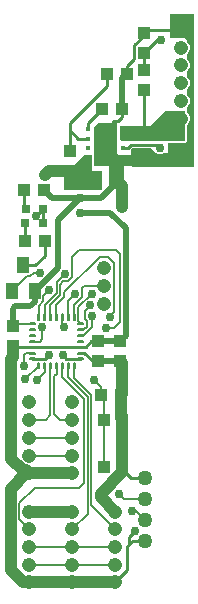
<source format=gbr>
G04 EAGLE Gerber RS-274X export*
G75*
%MOMM*%
%FSLAX34Y34*%
%LPD*%
%INTop Copper*%
%IPPOS*%
%AMOC8*
5,1,8,0,0,1.08239X$1,22.5*%
G01*
%ADD10R,0.450000X0.400000*%
%ADD11R,0.800000X1.900000*%
%ADD12R,1.100000X1.000000*%
%ADD13R,1.000000X1.100000*%
%ADD14R,1.500000X1.300000*%
%ADD15R,1.300000X1.500000*%
%ADD16C,1.208000*%
%ADD17C,0.189000*%
%ADD18R,1.000000X1.000000*%
%ADD19R,1.000000X1.400000*%
%ADD20R,0.800000X0.800000*%
%ADD21C,1.270000*%
%ADD22C,0.254000*%
%ADD23C,0.508000*%
%ADD24C,1.016000*%
%ADD25C,0.756400*%
%ADD26C,0.203200*%
%ADD27C,0.152400*%

G36*
X103144Y348746D02*
X103144Y348746D01*
X103163Y348744D01*
X103265Y348766D01*
X103367Y348783D01*
X103384Y348792D01*
X103404Y348796D01*
X103493Y348849D01*
X103584Y348898D01*
X103598Y348912D01*
X103615Y348922D01*
X103682Y349001D01*
X103754Y349076D01*
X103762Y349094D01*
X103775Y349109D01*
X103814Y349205D01*
X103857Y349299D01*
X103859Y349319D01*
X103867Y349337D01*
X103885Y349504D01*
X103885Y368809D01*
X110429Y368809D01*
X111474Y367764D01*
X111548Y367711D01*
X111617Y367651D01*
X111647Y367639D01*
X111673Y367620D01*
X111760Y367593D01*
X111845Y367559D01*
X111886Y367555D01*
X111909Y367548D01*
X111941Y367549D01*
X112012Y367541D01*
X161698Y367541D01*
X161718Y367544D01*
X161737Y367542D01*
X161839Y367564D01*
X161941Y367580D01*
X161958Y367590D01*
X161978Y367594D01*
X162067Y367647D01*
X162158Y367696D01*
X162172Y367710D01*
X162189Y367720D01*
X162256Y367799D01*
X162328Y367874D01*
X162336Y367892D01*
X162349Y367907D01*
X162388Y368003D01*
X162431Y368097D01*
X162433Y368117D01*
X162441Y368135D01*
X162459Y368302D01*
X162459Y496698D01*
X162456Y496718D01*
X162458Y496737D01*
X162436Y496839D01*
X162420Y496941D01*
X162410Y496958D01*
X162406Y496978D01*
X162353Y497067D01*
X162304Y497158D01*
X162290Y497172D01*
X162280Y497189D01*
X162201Y497256D01*
X162126Y497328D01*
X162108Y497336D01*
X162093Y497349D01*
X161997Y497388D01*
X161903Y497431D01*
X161883Y497433D01*
X161865Y497441D01*
X161698Y497459D01*
X143002Y497459D01*
X142982Y497456D01*
X142963Y497458D01*
X142861Y497436D01*
X142759Y497420D01*
X142742Y497410D01*
X142722Y497406D01*
X142633Y497353D01*
X142542Y497304D01*
X142528Y497290D01*
X142511Y497280D01*
X142444Y497201D01*
X142373Y497126D01*
X142364Y497108D01*
X142351Y497093D01*
X142312Y496997D01*
X142269Y496903D01*
X142267Y496883D01*
X142259Y496865D01*
X142241Y496698D01*
X142241Y477520D01*
X142244Y477500D01*
X142242Y477481D01*
X142264Y477379D01*
X142281Y477277D01*
X142290Y477260D01*
X142294Y477240D01*
X142347Y477151D01*
X142396Y477060D01*
X142410Y477046D01*
X142420Y477029D01*
X142499Y476962D01*
X142574Y476891D01*
X142592Y476882D01*
X142607Y476869D01*
X142703Y476830D01*
X142797Y476787D01*
X142817Y476785D01*
X142835Y476777D01*
X143002Y476759D01*
X155387Y476759D01*
X156973Y475173D01*
X156973Y474457D01*
X156988Y474367D01*
X156995Y474276D01*
X157007Y474246D01*
X157013Y474214D01*
X157055Y474133D01*
X157091Y474049D01*
X157117Y474017D01*
X157128Y473997D01*
X157151Y473974D01*
X157196Y473918D01*
X158051Y473063D01*
X159203Y470283D01*
X159203Y467273D01*
X158051Y464493D01*
X157196Y463638D01*
X157143Y463564D01*
X157083Y463494D01*
X157071Y463464D01*
X157052Y463438D01*
X157025Y463351D01*
X156991Y463266D01*
X156987Y463225D01*
X156980Y463203D01*
X156981Y463171D01*
X156973Y463099D01*
X156973Y459457D01*
X156988Y459367D01*
X156995Y459276D01*
X157007Y459246D01*
X157013Y459214D01*
X157055Y459133D01*
X157091Y459049D01*
X157117Y459017D01*
X157128Y458997D01*
X157151Y458974D01*
X157196Y458918D01*
X158051Y458063D01*
X159203Y455283D01*
X159203Y452273D01*
X158051Y449493D01*
X157196Y448638D01*
X157143Y448564D01*
X157083Y448494D01*
X157071Y448464D01*
X157052Y448438D01*
X157025Y448351D01*
X156991Y448266D01*
X156987Y448225D01*
X156980Y448203D01*
X156981Y448171D01*
X156973Y448099D01*
X156973Y444457D01*
X156988Y444367D01*
X156995Y444276D01*
X157007Y444246D01*
X157013Y444214D01*
X157055Y444133D01*
X157091Y444049D01*
X157117Y444017D01*
X157128Y443997D01*
X157151Y443974D01*
X157196Y443918D01*
X158051Y443063D01*
X159203Y440283D01*
X159203Y437273D01*
X158051Y434493D01*
X157196Y433638D01*
X157143Y433564D01*
X157083Y433494D01*
X157071Y433464D01*
X157052Y433438D01*
X157025Y433351D01*
X156991Y433266D01*
X156987Y433225D01*
X156980Y433203D01*
X156981Y433171D01*
X156973Y433099D01*
X156973Y429457D01*
X156988Y429367D01*
X156995Y429276D01*
X157007Y429246D01*
X157013Y429214D01*
X157055Y429133D01*
X157091Y429049D01*
X157117Y429017D01*
X157128Y428997D01*
X157151Y428974D01*
X157196Y428918D01*
X158051Y428063D01*
X159203Y425283D01*
X159203Y422273D01*
X158051Y419493D01*
X157196Y418638D01*
X157143Y418564D01*
X157083Y418494D01*
X157071Y418464D01*
X157052Y418438D01*
X157025Y418351D01*
X156991Y418266D01*
X156987Y418225D01*
X156980Y418203D01*
X156981Y418171D01*
X156973Y418099D01*
X156973Y414457D01*
X156988Y414367D01*
X156995Y414276D01*
X157007Y414246D01*
X157013Y414214D01*
X157055Y414133D01*
X157091Y414049D01*
X157117Y414017D01*
X157128Y413997D01*
X157151Y413974D01*
X157196Y413918D01*
X158051Y413063D01*
X159203Y410283D01*
X159203Y407273D01*
X158051Y404493D01*
X157196Y403638D01*
X157143Y403564D01*
X157083Y403494D01*
X157071Y403464D01*
X157052Y403438D01*
X157025Y403351D01*
X156991Y403266D01*
X156987Y403225D01*
X156980Y403203D01*
X156981Y403171D01*
X156973Y403099D01*
X156973Y389824D01*
X155514Y388365D01*
X141351Y388365D01*
X141331Y388362D01*
X141312Y388364D01*
X141210Y388342D01*
X141108Y388326D01*
X141091Y388316D01*
X141071Y388312D01*
X140982Y388259D01*
X140891Y388210D01*
X140877Y388196D01*
X140860Y388186D01*
X140793Y388107D01*
X140722Y388032D01*
X140713Y388014D01*
X140700Y387999D01*
X140661Y387903D01*
X140618Y387809D01*
X140616Y387789D01*
X140608Y387771D01*
X140590Y387604D01*
X140590Y379602D01*
X137486Y379602D01*
X137396Y379588D01*
X137305Y379580D01*
X137276Y379568D01*
X137244Y379563D01*
X137163Y379520D01*
X137079Y379484D01*
X137047Y379458D01*
X137026Y379447D01*
X137004Y379424D01*
X136948Y379379D01*
X136310Y378741D01*
X131914Y378741D01*
X131276Y379379D01*
X131202Y379432D01*
X131132Y379492D01*
X131102Y379504D01*
X131076Y379523D01*
X130989Y379550D01*
X130904Y379584D01*
X130863Y379588D01*
X130841Y379595D01*
X130809Y379594D01*
X130738Y379602D01*
X129982Y379602D01*
X126014Y383570D01*
X125998Y383582D01*
X125986Y383597D01*
X125898Y383654D01*
X125815Y383714D01*
X125796Y383720D01*
X125779Y383730D01*
X125678Y383756D01*
X125579Y383786D01*
X125560Y383786D01*
X125540Y383791D01*
X125437Y383783D01*
X125341Y383780D01*
X125222Y383793D01*
X111026Y383793D01*
X110936Y383778D01*
X110845Y383771D01*
X110815Y383759D01*
X110784Y383754D01*
X110703Y383711D01*
X110619Y383675D01*
X110587Y383649D01*
X110566Y383638D01*
X110544Y383615D01*
X110488Y383570D01*
X110459Y383542D01*
X110413Y383477D01*
X110397Y383460D01*
X110394Y383454D01*
X110369Y383427D01*
X110365Y383419D01*
X110347Y383398D01*
X110335Y383368D01*
X110316Y383342D01*
X110291Y383260D01*
X110285Y383247D01*
X110276Y383246D01*
X110195Y383203D01*
X110111Y383167D01*
X110079Y383141D01*
X110058Y383130D01*
X110036Y383107D01*
X109980Y383062D01*
X109951Y383034D01*
X109905Y382969D01*
X109889Y382952D01*
X109885Y382944D01*
X109839Y382890D01*
X109827Y382860D01*
X109808Y382834D01*
X109781Y382747D01*
X109747Y382662D01*
X109743Y382621D01*
X109736Y382599D01*
X109737Y382567D01*
X109729Y382496D01*
X109729Y377951D01*
X98867Y377951D01*
X97535Y379283D01*
X97535Y404622D01*
X97532Y404642D01*
X97534Y404661D01*
X97512Y404763D01*
X97496Y404865D01*
X97486Y404882D01*
X97482Y404902D01*
X97429Y404991D01*
X97380Y405082D01*
X97366Y405096D01*
X97356Y405113D01*
X97277Y405180D01*
X97202Y405252D01*
X97184Y405260D01*
X97169Y405273D01*
X97073Y405312D01*
X96979Y405355D01*
X96959Y405357D01*
X96941Y405365D01*
X96774Y405383D01*
X82042Y405383D01*
X81952Y405369D01*
X81861Y405361D01*
X81831Y405349D01*
X81799Y405344D01*
X81719Y405301D01*
X81635Y405265D01*
X81603Y405239D01*
X81582Y405228D01*
X81560Y405205D01*
X81504Y405160D01*
X78202Y401858D01*
X78149Y401784D01*
X78089Y401715D01*
X78077Y401685D01*
X78058Y401659D01*
X78031Y401572D01*
X77997Y401487D01*
X77993Y401446D01*
X77986Y401423D01*
X77987Y401391D01*
X77979Y401320D01*
X77979Y369062D01*
X77982Y369042D01*
X77980Y369023D01*
X78002Y368921D01*
X78019Y368819D01*
X78028Y368802D01*
X78032Y368782D01*
X78085Y368693D01*
X78134Y368602D01*
X78148Y368588D01*
X78158Y368571D01*
X78237Y368504D01*
X78312Y368433D01*
X78330Y368424D01*
X78345Y368411D01*
X78441Y368372D01*
X78535Y368329D01*
X78555Y368327D01*
X78573Y368319D01*
X78740Y368301D01*
X90679Y368301D01*
X90679Y349504D01*
X90682Y349484D01*
X90680Y349465D01*
X90702Y349363D01*
X90719Y349261D01*
X90728Y349244D01*
X90732Y349224D01*
X90785Y349135D01*
X90834Y349044D01*
X90848Y349030D01*
X90858Y349013D01*
X90937Y348946D01*
X91012Y348875D01*
X91030Y348866D01*
X91045Y348853D01*
X91141Y348814D01*
X91235Y348771D01*
X91255Y348769D01*
X91273Y348761D01*
X91440Y348743D01*
X103124Y348743D01*
X103144Y348746D01*
G37*
G36*
X154452Y390045D02*
X154452Y390045D01*
X154471Y390042D01*
X154573Y390064D01*
X154675Y390081D01*
X154692Y390090D01*
X154712Y390095D01*
X154801Y390148D01*
X154892Y390196D01*
X154906Y390211D01*
X154923Y390221D01*
X154990Y390300D01*
X155062Y390375D01*
X155070Y390393D01*
X155083Y390408D01*
X155122Y390504D01*
X155165Y390598D01*
X155167Y390617D01*
X155175Y390636D01*
X155193Y390803D01*
X155193Y414782D01*
X155190Y414802D01*
X155192Y414821D01*
X155170Y414923D01*
X155154Y415025D01*
X155144Y415042D01*
X155140Y415062D01*
X155087Y415151D01*
X155038Y415242D01*
X155024Y415256D01*
X155014Y415273D01*
X154935Y415340D01*
X154860Y415412D01*
X154842Y415420D01*
X154827Y415433D01*
X154731Y415472D01*
X154637Y415515D01*
X154617Y415517D01*
X154599Y415525D01*
X154432Y415543D01*
X138684Y415543D01*
X138594Y415529D01*
X138503Y415521D01*
X138473Y415509D01*
X138441Y415504D01*
X138361Y415461D01*
X138277Y415425D01*
X138245Y415399D01*
X138224Y415388D01*
X138202Y415365D01*
X138146Y415320D01*
X125415Y402589D01*
X100989Y402589D01*
X100969Y402586D01*
X100949Y402588D01*
X100848Y402566D01*
X100746Y402550D01*
X100728Y402540D01*
X100709Y402536D01*
X100620Y402483D01*
X100529Y402434D01*
X100515Y402420D01*
X100498Y402410D01*
X100430Y402331D01*
X100359Y402256D01*
X100351Y402238D01*
X100338Y402223D01*
X100299Y402127D01*
X100256Y402033D01*
X100253Y402013D01*
X100246Y401995D01*
X100227Y401828D01*
X100227Y390803D01*
X100231Y390783D01*
X100228Y390763D01*
X100250Y390662D01*
X100267Y390560D01*
X100276Y390542D01*
X100281Y390523D01*
X100334Y390434D01*
X100382Y390343D01*
X100397Y390329D01*
X100407Y390312D01*
X100486Y390244D01*
X100561Y390173D01*
X100579Y390165D01*
X100594Y390152D01*
X100690Y390113D01*
X100784Y390070D01*
X100803Y390067D01*
X100822Y390060D01*
X100989Y390041D01*
X154432Y390041D01*
X154452Y390045D01*
G37*
G36*
X84348Y348492D02*
X84348Y348492D01*
X84367Y348490D01*
X84469Y348512D01*
X84571Y348529D01*
X84588Y348538D01*
X84608Y348542D01*
X84697Y348595D01*
X84788Y348644D01*
X84802Y348658D01*
X84819Y348668D01*
X84886Y348747D01*
X84958Y348822D01*
X84966Y348840D01*
X84979Y348855D01*
X85018Y348951D01*
X85061Y349045D01*
X85063Y349065D01*
X85071Y349083D01*
X85089Y349250D01*
X85089Y363474D01*
X85086Y363494D01*
X85088Y363513D01*
X85066Y363615D01*
X85050Y363717D01*
X85040Y363734D01*
X85036Y363754D01*
X84983Y363843D01*
X84934Y363934D01*
X84920Y363948D01*
X84910Y363965D01*
X84831Y364032D01*
X84756Y364104D01*
X84738Y364112D01*
X84723Y364125D01*
X84627Y364164D01*
X84533Y364207D01*
X84513Y364209D01*
X84495Y364217D01*
X84328Y364235D01*
X76199Y364235D01*
X76199Y377444D01*
X76198Y377453D01*
X76198Y377456D01*
X76196Y377465D01*
X76198Y377483D01*
X76176Y377585D01*
X76160Y377687D01*
X76150Y377704D01*
X76146Y377724D01*
X76093Y377813D01*
X76044Y377904D01*
X76030Y377918D01*
X76020Y377935D01*
X75941Y378002D01*
X75866Y378074D01*
X75848Y378082D01*
X75833Y378095D01*
X75737Y378134D01*
X75643Y378177D01*
X75623Y378179D01*
X75605Y378187D01*
X75438Y378205D01*
X70612Y378205D01*
X70522Y378191D01*
X70431Y378183D01*
X70401Y378171D01*
X70369Y378166D01*
X70289Y378123D01*
X70205Y378087D01*
X70173Y378061D01*
X70152Y378050D01*
X70130Y378027D01*
X70124Y378023D01*
X70124Y378022D01*
X70074Y377982D01*
X62454Y370362D01*
X62401Y370288D01*
X62341Y370219D01*
X62329Y370189D01*
X62310Y370163D01*
X62283Y370076D01*
X62249Y369991D01*
X62245Y369950D01*
X62238Y369927D01*
X62239Y369895D01*
X62231Y369824D01*
X62231Y369315D01*
X53848Y369315D01*
X53758Y369301D01*
X53667Y369293D01*
X53637Y369281D01*
X53605Y369276D01*
X53525Y369233D01*
X53441Y369197D01*
X53409Y369171D01*
X53388Y369160D01*
X53366Y369137D01*
X53310Y369092D01*
X53056Y368838D01*
X53003Y368764D01*
X52943Y368695D01*
X52931Y368665D01*
X52912Y368639D01*
X52885Y368552D01*
X52851Y368467D01*
X52847Y368426D01*
X52840Y368403D01*
X52841Y368371D01*
X52833Y368300D01*
X52833Y349250D01*
X52836Y349230D01*
X52834Y349211D01*
X52856Y349109D01*
X52873Y349007D01*
X52882Y348990D01*
X52886Y348970D01*
X52939Y348881D01*
X52988Y348790D01*
X53002Y348776D01*
X53012Y348759D01*
X53091Y348692D01*
X53166Y348621D01*
X53184Y348612D01*
X53199Y348599D01*
X53295Y348560D01*
X53389Y348517D01*
X53409Y348515D01*
X53427Y348507D01*
X53594Y348489D01*
X84328Y348489D01*
X84348Y348492D01*
G37*
D10*
X73388Y399604D03*
X73388Y391604D03*
X73388Y383604D03*
X73388Y375604D03*
X102888Y375604D03*
X102888Y383604D03*
X102888Y391604D03*
X102888Y399604D03*
D11*
X82638Y387604D03*
X93638Y387604D03*
D12*
X120142Y432698D03*
X120142Y449698D03*
X85226Y416814D03*
X102226Y416814D03*
X120142Y464448D03*
X120142Y481448D03*
X57658Y381118D03*
X57658Y364118D03*
D13*
X88772Y446588D03*
X105772Y446588D03*
D14*
X118110Y395834D03*
X118110Y376834D03*
D15*
X78384Y356616D03*
X97384Y356616D03*
D16*
X151638Y483778D03*
X151638Y408778D03*
X151638Y468778D03*
X151638Y423778D03*
X151638Y438778D03*
X151638Y453778D03*
X23114Y75974D03*
X23114Y15974D03*
X23114Y60974D03*
X23114Y30974D03*
X23114Y45974D03*
X59436Y75974D03*
X59436Y15974D03*
X59436Y60974D03*
X59436Y30974D03*
X59436Y45974D03*
X95758Y75974D03*
X95758Y15974D03*
X95758Y60974D03*
X95758Y30974D03*
X95758Y45974D03*
X23114Y168430D03*
X23114Y108430D03*
X23114Y153430D03*
X23114Y123430D03*
X23114Y138430D03*
X59436Y168430D03*
X59436Y108430D03*
X59436Y153430D03*
X59436Y123430D03*
X59436Y138430D03*
D17*
X27833Y234813D02*
X23523Y234813D01*
X23523Y235623D01*
X27833Y235623D01*
X27833Y234813D01*
X27833Y229813D02*
X23523Y229813D01*
X23523Y230623D01*
X27833Y230623D01*
X27833Y229813D01*
X27833Y224813D02*
X23523Y224813D01*
X23523Y225623D01*
X27833Y225623D01*
X27833Y224813D01*
X27833Y219813D02*
X23523Y219813D01*
X23523Y220623D01*
X27833Y220623D01*
X27833Y219813D01*
X27833Y214813D02*
X23523Y214813D01*
X23523Y215623D01*
X27833Y215623D01*
X27833Y214813D01*
X27833Y209813D02*
X23523Y209813D01*
X23523Y210623D01*
X27833Y210623D01*
X27833Y209813D01*
X27833Y204813D02*
X23523Y204813D01*
X23523Y205623D01*
X27833Y205623D01*
X27833Y204813D01*
X31633Y201823D02*
X31633Y197513D01*
X30823Y197513D01*
X30823Y201823D01*
X31633Y201823D01*
X31633Y199308D02*
X30823Y199308D01*
X30823Y201103D02*
X31633Y201103D01*
X36633Y201823D02*
X36633Y197513D01*
X35823Y197513D01*
X35823Y201823D01*
X36633Y201823D01*
X36633Y199308D02*
X35823Y199308D01*
X35823Y201103D02*
X36633Y201103D01*
X41633Y201823D02*
X41633Y197513D01*
X40823Y197513D01*
X40823Y201823D01*
X41633Y201823D01*
X41633Y199308D02*
X40823Y199308D01*
X40823Y201103D02*
X41633Y201103D01*
X46633Y201823D02*
X46633Y197513D01*
X45823Y197513D01*
X45823Y201823D01*
X46633Y201823D01*
X46633Y199308D02*
X45823Y199308D01*
X45823Y201103D02*
X46633Y201103D01*
X51633Y201823D02*
X51633Y197513D01*
X50823Y197513D01*
X50823Y201823D01*
X51633Y201823D01*
X51633Y199308D02*
X50823Y199308D01*
X50823Y201103D02*
X51633Y201103D01*
X56633Y201823D02*
X56633Y197513D01*
X55823Y197513D01*
X55823Y201823D01*
X56633Y201823D01*
X56633Y199308D02*
X55823Y199308D01*
X55823Y201103D02*
X56633Y201103D01*
X61633Y201823D02*
X61633Y197513D01*
X60823Y197513D01*
X60823Y201823D01*
X61633Y201823D01*
X61633Y199308D02*
X60823Y199308D01*
X60823Y201103D02*
X61633Y201103D01*
X64623Y205623D02*
X68933Y205623D01*
X68933Y204813D01*
X64623Y204813D01*
X64623Y205623D01*
X64623Y210623D02*
X68933Y210623D01*
X68933Y209813D01*
X64623Y209813D01*
X64623Y210623D01*
X64623Y215623D02*
X68933Y215623D01*
X68933Y214813D01*
X64623Y214813D01*
X64623Y215623D01*
X64623Y220623D02*
X68933Y220623D01*
X68933Y219813D01*
X64623Y219813D01*
X64623Y220623D01*
X64623Y225623D02*
X68933Y225623D01*
X68933Y224813D01*
X64623Y224813D01*
X64623Y225623D01*
X64623Y230623D02*
X68933Y230623D01*
X68933Y229813D01*
X64623Y229813D01*
X64623Y230623D01*
X64623Y235623D02*
X68933Y235623D01*
X68933Y234813D01*
X64623Y234813D01*
X64623Y235623D01*
X60823Y238613D02*
X60823Y242923D01*
X61633Y242923D01*
X61633Y238613D01*
X60823Y238613D01*
X60823Y240408D02*
X61633Y240408D01*
X61633Y242203D02*
X60823Y242203D01*
X55823Y242923D02*
X55823Y238613D01*
X55823Y242923D02*
X56633Y242923D01*
X56633Y238613D01*
X55823Y238613D01*
X55823Y240408D02*
X56633Y240408D01*
X56633Y242203D02*
X55823Y242203D01*
X50823Y242923D02*
X50823Y238613D01*
X50823Y242923D02*
X51633Y242923D01*
X51633Y238613D01*
X50823Y238613D01*
X50823Y240408D02*
X51633Y240408D01*
X51633Y242203D02*
X50823Y242203D01*
X45823Y242923D02*
X45823Y238613D01*
X45823Y242923D02*
X46633Y242923D01*
X46633Y238613D01*
X45823Y238613D01*
X45823Y240408D02*
X46633Y240408D01*
X46633Y242203D02*
X45823Y242203D01*
X40823Y242923D02*
X40823Y238613D01*
X40823Y242923D02*
X41633Y242923D01*
X41633Y238613D01*
X40823Y238613D01*
X40823Y240408D02*
X41633Y240408D01*
X41633Y242203D02*
X40823Y242203D01*
X35823Y242923D02*
X35823Y238613D01*
X35823Y242923D02*
X36633Y242923D01*
X36633Y238613D01*
X35823Y238613D01*
X35823Y240408D02*
X36633Y240408D01*
X36633Y242203D02*
X35823Y242203D01*
X30823Y242923D02*
X30823Y238613D01*
X30823Y242923D02*
X31633Y242923D01*
X31633Y238613D01*
X30823Y238613D01*
X30823Y240408D02*
X31633Y240408D01*
X31633Y242203D02*
X30823Y242203D01*
D18*
X86234Y153858D03*
X86234Y113858D03*
X102234Y153858D03*
X102234Y113858D03*
D12*
X84210Y174752D03*
X101210Y174752D03*
D19*
X18288Y284558D03*
X27788Y262558D03*
X8788Y262558D03*
D13*
X81788Y220082D03*
X81788Y203082D03*
X9398Y216290D03*
X9398Y233290D03*
X100330Y220082D03*
X100330Y203082D03*
D20*
X19932Y320548D03*
X34932Y320548D03*
D13*
X19440Y304800D03*
X36440Y304800D03*
D20*
X20186Y332486D03*
X35186Y332486D03*
D13*
X18932Y348488D03*
X35932Y348488D03*
D16*
X86614Y251954D03*
X86614Y281954D03*
X86614Y266954D03*
D21*
X121031Y51181D03*
X121031Y68961D03*
X121031Y86741D03*
X121031Y104521D03*
D22*
X120142Y397866D02*
X120142Y432698D01*
X120142Y397866D02*
X118110Y395834D01*
X102226Y410328D02*
X102226Y416814D01*
X98552Y406654D02*
X95250Y406654D01*
X93638Y405042D01*
X93638Y387604D01*
X98552Y406654D02*
X102226Y410328D01*
X120142Y481448D02*
X122599Y483905D01*
X151511Y483905D02*
X151638Y483778D01*
X151511Y483905D02*
X122599Y483905D01*
X105772Y452990D02*
X105772Y446588D01*
X111848Y459066D02*
X111848Y470605D01*
X120142Y478899D02*
X120142Y481448D01*
X120142Y478899D02*
X111848Y470605D01*
X111848Y459066D02*
X105772Y452990D01*
X69880Y210218D02*
X66778Y210218D01*
X77016Y203082D02*
X81788Y203082D01*
X77016Y203082D02*
X69880Y210218D01*
D23*
X81788Y203082D02*
X100330Y203082D01*
D24*
X84328Y88420D02*
X95758Y75974D01*
D23*
X84328Y88420D02*
X84328Y89408D01*
D25*
X84328Y89408D03*
D23*
X84328Y91186D01*
D24*
X102234Y109092D01*
D23*
X102234Y112141D01*
X102234Y113858D01*
D24*
X102234Y134874D01*
X102234Y153858D01*
X101210Y154882D02*
X101210Y174752D01*
D23*
X101210Y154882D02*
X102234Y153858D01*
D24*
X101981Y191770D02*
X101981Y201431D01*
X101981Y191770D02*
X101981Y175523D01*
X101210Y174752D01*
X101981Y201431D02*
X100330Y203082D01*
X41910Y75974D02*
X23114Y75974D01*
X41910Y75974D02*
X59436Y75974D01*
D23*
X9398Y233290D02*
X9398Y247904D01*
X11176Y249682D02*
X23622Y249682D01*
X27788Y253848D01*
X27788Y262558D01*
X11176Y249682D02*
X9398Y247904D01*
D26*
X11326Y235218D02*
X9398Y233290D01*
X11326Y235218D02*
X25678Y235218D01*
D23*
X27788Y262558D02*
X47752Y282522D01*
X47752Y323001D02*
X66465Y341713D01*
X97384Y355092D02*
X97384Y356616D01*
X97384Y355092D02*
X84005Y341713D01*
X66465Y341713D01*
X47752Y323001D02*
X47752Y282522D01*
D25*
X66465Y341713D03*
D23*
X102226Y443042D02*
X105772Y446588D01*
X102226Y443042D02*
X102226Y416814D01*
D25*
X102234Y134874D03*
X102108Y334010D03*
D24*
X102108Y351892D01*
X97384Y356616D01*
D25*
X41910Y75974D03*
D23*
X42707Y341713D02*
X35932Y348488D01*
X42707Y341713D02*
X66465Y341713D01*
D22*
X109854Y104521D02*
X121031Y104521D01*
X109854Y104521D02*
X102234Y112141D01*
D25*
X102108Y143510D03*
X101981Y191770D03*
X82804Y396875D03*
X92964Y396875D03*
X82804Y386271D03*
X92964Y372745D03*
X82804Y372745D03*
X92964Y386271D03*
X157353Y383159D03*
X147130Y383159D03*
X135509Y372745D03*
X147130Y372745D03*
X157353Y372745D03*
D22*
X73388Y399604D02*
X73388Y404976D01*
X85226Y416814D01*
X120142Y449698D02*
X120142Y464448D01*
X131182Y475488D01*
X135001Y475488D01*
D25*
X135001Y475488D03*
X52070Y208328D03*
D22*
X54836Y205562D01*
X63182Y205562D01*
X63482Y205262D01*
X66734Y205262D01*
D27*
X66778Y205218D01*
D22*
X88772Y436188D02*
X88772Y446588D01*
X88772Y436188D02*
X57658Y405074D01*
X57658Y398780D01*
X57658Y381118D01*
X64834Y391604D02*
X73388Y391604D01*
X64834Y391604D02*
X57658Y398780D01*
D25*
X53313Y276987D03*
D26*
X46460Y270134D01*
X46460Y260840D01*
X36228Y250608D01*
X36228Y240768D01*
D25*
X61718Y259862D03*
D26*
X56228Y254372D01*
X56228Y240768D01*
D25*
X40138Y263459D03*
D26*
X35328Y258649D02*
X35328Y254506D01*
X35328Y258649D02*
X40138Y263459D01*
X35328Y254506D02*
X31228Y250406D01*
X31228Y240768D01*
X51228Y233708D02*
X52543Y232393D01*
D25*
X52543Y232393D03*
D26*
X51228Y233708D02*
X51228Y240768D01*
D25*
X134112Y384048D03*
D22*
X106929Y383604D02*
X102888Y383604D01*
X106929Y383604D02*
X109707Y386382D01*
X131778Y386382D01*
X134112Y384048D01*
X57658Y364118D02*
X57658Y361950D01*
X66778Y215218D02*
X70946Y215218D01*
X75810Y220082D02*
X81788Y220082D01*
X75810Y220082D02*
X70946Y215218D01*
D23*
X81788Y220082D02*
X100330Y220082D01*
D24*
X23114Y15974D02*
X18062Y15974D01*
X7620Y26416D01*
X7620Y95250D01*
X23114Y15974D02*
X59436Y15974D01*
X95758Y15974D01*
X59436Y108430D02*
X23114Y108430D01*
D22*
X35186Y320802D02*
X35186Y332486D01*
X35186Y320802D02*
X34932Y320548D01*
D26*
X9398Y216290D02*
X10470Y215218D01*
D22*
X25678Y215218D01*
D25*
X36830Y360934D03*
D24*
X40014Y364118D01*
X57658Y364118D01*
D22*
X35186Y332486D02*
X29242Y326542D01*
X29238Y326542D01*
D25*
X29238Y326542D03*
X66040Y354330D03*
D22*
X66778Y215218D02*
X25678Y215218D01*
D25*
X66548Y328930D03*
D23*
X91948Y328930D01*
X104830Y316048D01*
X104830Y224582D01*
X100330Y220082D01*
D24*
X20800Y108430D02*
X7620Y95250D01*
X20800Y108430D02*
X23114Y108430D01*
D22*
X106172Y26388D02*
X95758Y15974D01*
X106172Y26388D02*
X106172Y46355D01*
X108059Y48242D01*
X110998Y51181D01*
X121031Y51181D01*
D24*
X23114Y108430D02*
X20758Y110786D01*
X17877Y110786D01*
X7747Y120916D01*
X7747Y187706D01*
D25*
X7493Y195961D03*
X7620Y204724D03*
D24*
X7747Y204597D01*
X7747Y187706D01*
X7620Y204724D02*
X7620Y205216D01*
X9398Y206994D01*
X9398Y216290D01*
D25*
X7747Y187706D03*
D22*
X108059Y54866D02*
X108059Y48242D01*
X108059Y54866D02*
X112893Y59700D01*
D25*
X112893Y59700D03*
D27*
X59436Y30974D02*
X23114Y30974D01*
X59436Y30974D02*
X95758Y30974D01*
X59436Y123430D02*
X23114Y123430D01*
D25*
X75142Y250692D03*
D27*
X66872Y230312D02*
X66778Y230218D01*
X66872Y230312D02*
X69879Y230312D01*
X72164Y232597D01*
X72164Y236961D01*
X70200Y238925D01*
X70200Y245750D01*
X75142Y250692D01*
X59436Y45974D02*
X23114Y45974D01*
X59436Y45974D02*
X95758Y45974D01*
X59436Y138430D02*
X23114Y138430D01*
D25*
X76342Y241604D03*
D27*
X76342Y232269D01*
X69291Y225218D01*
X66778Y225218D01*
X69596Y171569D02*
X69596Y100584D01*
X51308Y199588D02*
X51228Y199668D01*
X51308Y189857D02*
X69596Y171569D01*
X51308Y189857D02*
X51308Y199588D01*
X69596Y100584D02*
X65278Y96266D01*
X28194Y96266D01*
X14788Y82860D01*
X14788Y69562D02*
X23114Y60974D01*
X14788Y69562D02*
X14788Y82860D01*
X56228Y189644D02*
X56228Y199668D01*
X56228Y189644D02*
X72898Y172974D01*
X72898Y73674D02*
X59436Y60974D01*
X72898Y73674D02*
X72898Y172974D01*
X75946Y174790D02*
X61228Y189508D01*
X75946Y81802D02*
X95758Y60974D01*
X75946Y81802D02*
X75946Y174790D01*
X61228Y189508D02*
X61228Y199668D01*
X41228Y199668D02*
X41228Y157574D01*
X37084Y153430D01*
X23114Y153430D01*
X49276Y153430D02*
X59436Y153430D01*
X49276Y153430D02*
X44450Y158256D01*
X44450Y190754D01*
X46482Y192786D01*
X46482Y199414D01*
X46228Y199668D01*
D26*
X84210Y181728D02*
X84210Y174752D01*
X84210Y181728D02*
X78232Y187706D01*
D25*
X78232Y187706D03*
D26*
X84210Y174752D02*
X86234Y172728D01*
X86234Y153858D01*
X86234Y113858D01*
D25*
X33990Y232432D03*
D27*
X33990Y221696D01*
X32258Y219964D01*
X25932Y219964D01*
X25678Y220218D01*
D25*
X76034Y260550D03*
D27*
X64934Y249450D01*
X64934Y237062D01*
X66778Y235218D01*
X67786Y265486D02*
X69254Y266954D01*
X67786Y265486D02*
X67786Y257349D01*
X61228Y250791D01*
X69254Y266954D02*
X86614Y266954D01*
X61228Y250791D02*
X61228Y240768D01*
D22*
X36440Y292726D02*
X36440Y304800D01*
X28272Y284558D02*
X18288Y284558D01*
X28272Y284558D02*
X36440Y292726D01*
D25*
X32512Y278384D03*
D27*
X21502Y275272D02*
X8788Y262558D01*
X21502Y275272D02*
X24235Y275272D01*
X27347Y278384D02*
X32512Y278384D01*
X27347Y278384D02*
X24235Y275272D01*
D25*
X19276Y198882D03*
D27*
X19276Y208760D01*
X20828Y210312D01*
X20922Y210218D02*
X25678Y210218D01*
X20922Y210218D02*
X20828Y210312D01*
D22*
X19932Y305292D02*
X19932Y320548D01*
X19932Y305292D02*
X19440Y304800D01*
X18932Y333740D02*
X18932Y348488D01*
X18932Y333740D02*
X20186Y332486D01*
D25*
X39878Y208642D03*
D22*
X36798Y205562D01*
X26022Y205562D02*
X25678Y205218D01*
X26022Y205562D02*
X36798Y205562D01*
D27*
X36228Y199668D02*
X36228Y193962D01*
X29972Y187706D01*
D25*
X29972Y187706D03*
X99441Y90805D03*
D27*
X103505Y86741D01*
X121031Y86741D01*
X19774Y188214D02*
X31228Y199668D01*
X19774Y188214D02*
X19304Y188214D01*
D25*
X19304Y188214D03*
X110398Y76201D03*
D27*
X113791Y76201D02*
X121031Y68961D01*
X113791Y76201D02*
X110398Y76201D01*
X46228Y240768D02*
X46228Y250828D01*
X53100Y257700D01*
X53100Y262200D01*
X82800Y291900D02*
X89700Y291900D01*
X95364Y286236D01*
X82800Y291900D02*
X53100Y262200D01*
X91721Y241015D02*
X95364Y244658D01*
D25*
X91721Y241015D03*
D27*
X95364Y244658D02*
X95364Y286236D01*
X41228Y251298D02*
X41228Y240768D01*
X59381Y291281D02*
X65700Y297600D01*
X96958Y297600D01*
X100258Y294300D01*
X49508Y259578D02*
X41228Y251298D01*
X52219Y270919D02*
X55827Y270919D01*
X59381Y274474D01*
X59381Y291281D01*
X49508Y268208D02*
X49508Y259578D01*
X49508Y268208D02*
X52219Y270919D01*
X94800Y231000D02*
X100258Y236458D01*
X94800Y231000D02*
X88200Y231000D01*
D25*
X88200Y231000D03*
D27*
X100258Y236458D02*
X100258Y294300D01*
M02*

</source>
